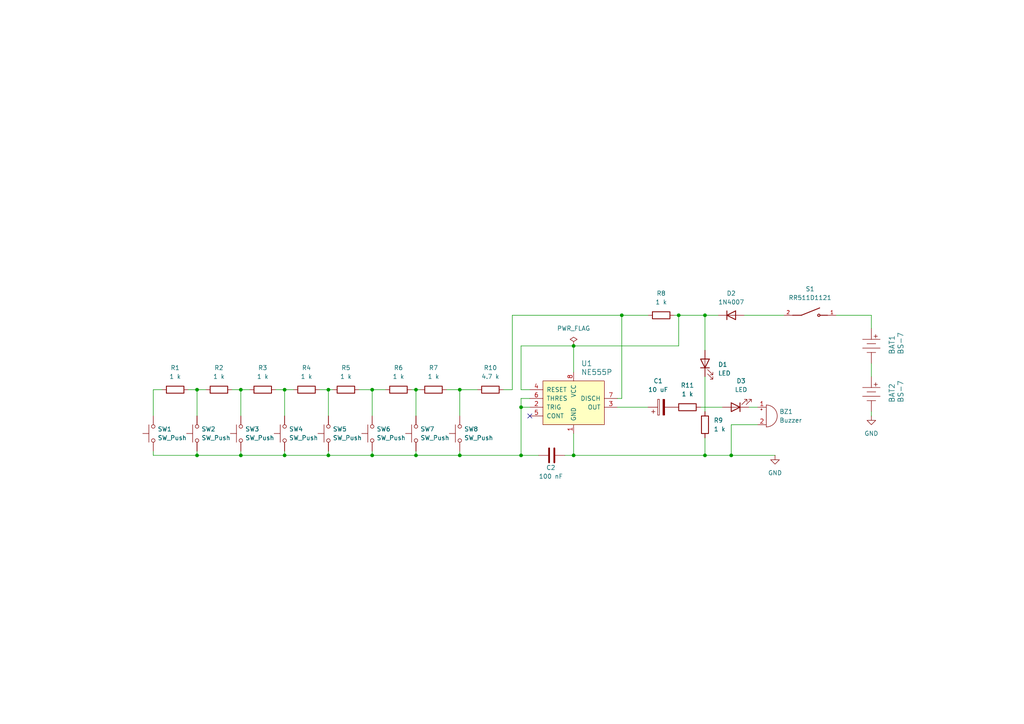
<source format=kicad_sch>
(kicad_sch (version 20250114) (generator "eeschema") (generator_version "9.0")
  (paper "A4")
  (lib_symbols
    (symbol "Device:Buzzer" (pin_names (offset 0.0254) (hide yes))
      (property "Reference" "BZ" (at 3.81 1.27 0))
      (property "Value" "Buzzer" (at 3.81 -1.27 0))
      (symbol "Buzzer_0_1"
        (polyline (pts (xy -1.651 1.905) (xy -1.143 1.905)))
        (polyline (pts (xy -1.397 2.159) (xy -1.397 1.651)))
        (arc (start 0 3.175) (mid 3.1612 0) (end 0 -3.175))
        (polyline (pts (xy 0 3.175) (xy 0 -3.175)))
      )
      (symbol "Buzzer_1_1"
        (pin passive line (at -2.54 2.54 0) (length 2.54) (name "+") (number "1"))
        (pin passive line (at -2.54 -2.54 0) (length 2.54) (name "-") (number "2"))
      )
    )
    (symbol "Device:C" (pin_numbers (hide yes)) (pin_names (offset 0.254))
      (property "Reference" "C" (at 0.635 2.54 0))
      (property "Value" "C" (at 0.635 -2.54 0))
      (symbol "C_0_1"
        (polyline (pts (xy -2.032 0.762) (xy 2.032 0.762)) (stroke (width 0.508)))
        (polyline (pts (xy -2.032 -0.762) (xy 2.032 -0.762)) (stroke (width 0.508)))
      )
      (symbol "C_1_1"
        (pin passive line (at 0 3.81 270) (length 2.794) (name "~") (number "1"))
        (pin passive line (at 0 -3.81 90) (length 2.794) (name "~") (number "2"))
      )
    )
    (symbol "Device:C_Polarized" (pin_numbers (hide yes)) (pin_names (offset 0.254))
      (property "Reference" "C" (at 0.635 2.54 0))
      (property "Value" "C_Polarized" (at 0.635 -2.54 0))
      (symbol "C_Polarized_0_1"
        (rectangle (start -2.286 0.508) (end 2.286 1.016))
        (polyline (pts (xy -1.778 2.286) (xy -0.762 2.286)))
        (polyline (pts (xy -1.27 2.794) (xy -1.27 1.778)))
        (rectangle (start 2.286 -0.508) (end -2.286 -1.016) (fill (type outline)))
      )
      (symbol "C_Polarized_1_1"
        (pin passive line (at 0 3.81 270) (length 2.794) (name "~") (number "1"))
        (pin passive line (at 0 -3.81 90) (length 2.794) (name "~") (number "2"))
      )
    )
    (symbol "Device:LED" (pin_numbers (hide yes)) (pin_names (offset 1.016) (hide yes))
      (property "Reference" "D" (at 0 2.54 0))
      (property "Value" "LED" (at 0 -2.54 0))
      (symbol "LED_0_1"
        (polyline (pts (xy -3.048 -0.762) (xy -4.572 -2.286) (xy -3.81 -2.286) (xy -4.572 -2.286) (xy -4.572 -1.524)))
        (polyline (pts (xy -1.778 -0.762) (xy -3.302 -2.286) (xy -2.54 -2.286) (xy -3.302 -2.286) (xy -3.302 -1.524)))
        (polyline (pts (xy -1.27 0) (xy 1.27 0)))
        (polyline (pts (xy -1.27 -1.27) (xy -1.27 1.27)) (stroke (width 0.254)))
        (polyline (pts (xy 1.27 -1.27) (xy 1.27 1.27) (xy -1.27 0) (xy 1.27 -1.27)) (stroke (width 0.254)))
      )
      (symbol "LED_1_1"
        (pin passive line (at -3.81 0 0) (length 2.54) (name "K") (number "1"))
        (pin passive line (at 3.81 0 180) (length 2.54) (name "A") (number "2"))
      )
    )
    (symbol "Device:R" (pin_numbers (hide yes)) (pin_names (offset 0))
      (property "Reference" "R" (at 2.032 0 90))
      (property "Value" "R" (at 0 0 90))
      (symbol "R_0_1"
        (rectangle (start -1.016 -2.54) (end 1.016 2.54) (stroke (width 0.254)))
      )
      (symbol "R_1_1"
        (pin passive line (at 0 3.81 270) (length 1.27) (name "~") (number "1"))
        (pin passive line (at 0 -3.81 90) (length 1.27) (name "~") (number "2"))
      )
    )
    (symbol "Diode:1N4007" (pin_numbers (hide yes)) (pin_names (hide yes))
      (property "Reference" "D" (at 0 2.54 0))
      (property "Value" "1N4007" (at 0 -2.54 0))
      (symbol "1N4007_0_1"
        (polyline (pts (xy -1.27 1.27) (xy -1.27 -1.27)) (stroke (width 0.254)))
        (polyline (pts (xy 1.27 1.27) (xy 1.27 -1.27) (xy -1.27 0) (xy 1.27 1.27)) (stroke (width 0.254)))
        (polyline (pts (xy 1.27 0) (xy -1.27 0)))
      )
      (symbol "1N4007_1_1"
        (pin passive line (at -3.81 0 0) (length 2.54) (name "K") (number "1"))
        (pin passive line (at 3.81 0 180) (length 2.54) (name "A") (number "2"))
      )
    )
    (symbol "RR511D1121:RR511D1121" (pin_names (offset 1.016))
      (property "Reference" "S" (at -2.54 2.54 0))
      (property "Value" "RR511D1121" (at -2.54 -2.54 0))
      (symbol "RR511D1121_0_0"
        (polyline (pts (xy -2.54 0) (xy -5.08 0)) (stroke (width 0.254)))
        (polyline (pts (xy -2.54 0) (xy 2.794 2.1336)) (stroke (width 0.254)))
        (circle (center 2.54 0) (radius 0.3302) (stroke (width 0.254)))
        (polyline (pts (xy 5.08 0) (xy 2.921 0)) (stroke (width 0.254)))
        (pin passive line (at -7.62 0 0) (length 2.54) (name "~") (number "2"))
        (pin passive line (at 7.62 0 180) (length 2.54) (name "~") (number "1"))
      )
    )
    (symbol "Switch:SW_Push" (pin_numbers (hide yes)) (pin_names (offset 1.016) (hide yes))
      (property "Reference" "SW" (at 1.27 2.54 0))
      (property "Value" "SW_Push" (at 0 -1.524 0))
      (symbol "SW_Push_0_1"
        (circle (center -2.032 0) (radius 0.508))
        (polyline (pts (xy 0 1.27) (xy 0 3.048)))
        (circle (center 2.032 0) (radius 0.508))
        (polyline (pts (xy 2.54 1.27) (xy -2.54 1.27)))
        (pin passive line (at -5.08 0 0) (length 2.54) (name "1") (number "1"))
        (pin passive line (at 5.08 0 180) (length 2.54) (name "2") (number "2"))
      )
    )
    (symbol "dk_Battery-Holders-Clips-Contacts:BS-7" (pin_numbers (hide yes)) (pin_names (offset 1.016))
      (property "Reference" "BAT" (at -1.27 3.81 0))
      (property "Value" "BS-7" (at -1.27 -3.81 0))
      (symbol "BS-7_1_1"
        (polyline (pts (xy 0 1.905) (xy 0 2.54)))
        (polyline (pts (xy 0 -2.54) (xy 0 -1.905)))
        (polyline (pts (xy 1.27 2.286) (xy 1.27 3.302)))
        (polyline (pts (xy 1.27 0.635) (xy -1.27 0.635)))
        (polyline (pts (xy 1.27 -1.905) (xy -1.27 -1.905)))
        (polyline (pts (xy 1.778 2.794) (xy 0.762 2.794)))
        (polyline (pts (xy 2.54 1.905) (xy -2.54 1.905)))
        (polyline (pts (xy 2.54 -0.635) (xy -2.54 -0.635)))
        (pin power_out line (at 0 5.08 270) (length 2.54) (name "~") (number "Pos"))
        (pin power_out line (at 0 -5.08 90) (length 2.54) (name "~") (number "Neg"))
      )
    )
    (symbol "dk_Clock-Timing-Programmable-Timers-and-Oscillators:NE555P" (pin_names (offset 1.016))
      (property "Reference" "U" (at -8.89 6.35 0))
      (property "Value" "NE555P" (at 1.27 -8.89 0))
      (symbol "NE555P_0_1"
        (rectangle (start -8.89 5.08) (end 8.89 -7.62) (fill (type background)))
      )
      (symbol "NE555P_1_1"
        (pin input line (at -12.7 2.54 0) (length 3.81) (name "RESET") (number "4"))
        (pin input line (at -12.7 0 0) (length 3.81) (name "THRES") (number "6"))
        (pin input line (at -12.7 -2.54 0) (length 3.81) (name "TRIG") (number "2"))
        (pin bidirectional line (at -12.7 -5.08 0) (length 3.81) (name "CONT") (number "5"))
        (pin power_in line (at 0 7.62 270) (length 2.54) (name "VCC") (number "8"))
        (pin power_in line (at 0 -10.16 90) (length 2.54) (name "GND") (number "1"))
        (pin output line (at 12.7 0 180) (length 3.81) (name "DISCH") (number "7"))
        (pin output line (at 12.7 -2.54 180) (length 3.81) (name "OUT") (number "3"))
      )
    )
    (symbol "power:GND" (power) (pin_numbers (hide yes)) (pin_names (offset 0) (hide yes))
      (property "Value" "GND" (at 0 -3.81 0))
      (symbol "GND_0_1"
        (polyline (pts (xy 0 0) (xy 0 -1.27) (xy 1.27 -1.27) (xy 0 -2.54) (xy -1.27 -1.27) (xy 0 -1.27)))
      )
      (symbol "GND_1_1"
        (pin power_in line (at 0 0 270) (length 0) (name "~") (number "1"))
      )
    )
    (symbol "power:PWR_FLAG" (power) (pin_numbers (hide yes)) (pin_names (offset 0) (hide yes))
      (property "Value" "PWR_FLAG" (at 0 3.81 0))
      (symbol "PWR_FLAG_0_0"
        (pin power_out line (at 0 0 90) (length 0) (name "~") (number "1"))
      )
      (symbol "PWR_FLAG_0_1"
        (polyline (pts (xy 0 0) (xy 0 1.27) (xy -1.016 1.905) (xy 0 2.54) (xy 1.016 1.905) (xy 0 1.27)))
      )
    )
  )
  (junction (at 204.47 91.44))
  (junction (at 82.55 113.03))
  (junction (at 151.13 132.08))
  (junction (at 95.25 132.08))
  (junction (at 69.85 132.08))
  (junction (at 95.25 113.03))
  (junction (at 120.65 113.03))
  (junction (at 107.95 113.03))
  (junction (at 196.85 91.44))
  (junction (at 204.47 132.08))
  (junction (at 166.37 100.33))
  (junction (at 133.35 113.03))
  (junction (at 133.35 132.08))
  (junction (at 151.13 118.11))
  (junction (at 166.37 132.08))
  (junction (at 69.85 113.03))
  (junction (at 107.95 132.08))
  (junction (at 57.15 113.03))
  (junction (at 82.55 132.08))
  (junction (at 57.15 132.08))
  (junction (at 180.34 91.44))
  (junction (at 212.09 132.08))
  (junction (at 120.65 132.08))
  (no_connect (at 153.67 120.65))
  (wire (pts (xy 166.37 107.95) (xy 166.37 100.33)))
  (wire (pts (xy 120.65 132.08) (xy 133.35 132.08)))
  (wire (pts (xy 57.15 113.03) (xy 57.15 120.65)))
  (wire (pts (xy 217.17 118.11) (xy 219.71 118.11)))
  (wire (pts (xy 180.34 91.44) (xy 180.34 115.57)))
  (wire (pts (xy 133.35 120.65) (xy 133.35 113.03)))
  (wire (pts (xy 120.65 120.65) (xy 120.65 113.03)))
  (wire (pts (xy 212.09 123.19) (xy 219.71 123.19)))
  (wire (pts (xy 215.9 91.44) (xy 227.33 91.44)))
  (wire (pts (xy 107.95 132.08) (xy 120.65 132.08)))
  (wire (pts (xy 54.61 113.03) (xy 57.15 113.03)))
  (wire (pts (xy 146.05 113.03) (xy 148.59 113.03)))
  (wire (pts (xy 204.47 109.22) (xy 204.47 119.38)))
  (wire (pts (xy 252.73 91.44) (xy 252.73 95.25)))
  (wire (pts (xy 57.15 113.03) (xy 59.69 113.03)))
  (wire (pts (xy 120.65 113.03) (xy 121.92 113.03)))
  (wire (pts (xy 203.2 118.11) (xy 209.55 118.11)))
  (wire (pts (xy 204.47 127) (xy 204.47 132.08)))
  (wire (pts (xy 120.65 130.81) (xy 120.65 132.08)))
  (wire (pts (xy 82.55 120.65) (xy 82.55 113.03)))
  (wire (pts (xy 82.55 113.03) (xy 85.09 113.03)))
  (wire (pts (xy 196.85 100.33) (xy 196.85 91.44)))
  (wire (pts (xy 95.25 132.08) (xy 107.95 132.08)))
  (wire (pts (xy 242.57 91.44) (xy 252.73 91.44)))
  (wire (pts (xy 95.25 113.03) (xy 96.52 113.03)))
  (wire (pts (xy 153.67 118.11) (xy 151.13 118.11)))
  (wire (pts (xy 57.15 130.81) (xy 57.15 132.08)))
  (wire (pts (xy 57.15 132.08) (xy 69.85 132.08)))
  (wire (pts (xy 44.45 113.03) (xy 44.45 120.65)))
  (wire (pts (xy 252.73 105.41) (xy 252.73 109.22)))
  (wire (pts (xy 196.85 91.44) (xy 204.47 91.44)))
  (wire (pts (xy 107.95 120.65) (xy 107.95 113.03)))
  (wire (pts (xy 104.14 113.03) (xy 107.95 113.03)))
  (wire (pts (xy 69.85 132.08) (xy 82.55 132.08)))
  (wire (pts (xy 133.35 132.08) (xy 151.13 132.08)))
  (wire (pts (xy 179.07 118.11) (xy 187.96 118.11)))
  (wire (pts (xy 69.85 113.03) (xy 72.39 113.03)))
  (wire (pts (xy 212.09 132.08) (xy 224.79 132.08)))
  (wire (pts (xy 208.28 91.44) (xy 204.47 91.44)))
  (wire (pts (xy 195.58 91.44) (xy 196.85 91.44)))
  (wire (pts (xy 151.13 115.57) (xy 151.13 118.11)))
  (wire (pts (xy 151.13 113.03) (xy 151.13 100.33)))
  (wire (pts (xy 151.13 118.11) (xy 151.13 132.08)))
  (wire (pts (xy 163.83 132.08) (xy 166.37 132.08)))
  (wire (pts (xy 80.01 113.03) (xy 82.55 113.03)))
  (wire (pts (xy 180.34 91.44) (xy 187.96 91.44)))
  (wire (pts (xy 119.38 113.03) (xy 120.65 113.03)))
  (wire (pts (xy 133.35 113.03) (xy 129.54 113.03)))
  (wire (pts (xy 92.71 113.03) (xy 95.25 113.03)))
  (wire (pts (xy 151.13 100.33) (xy 166.37 100.33)))
  (wire (pts (xy 69.85 130.81) (xy 69.85 132.08)))
  (wire (pts (xy 46.99 113.03) (xy 44.45 113.03)))
  (wire (pts (xy 133.35 113.03) (xy 138.43 113.03)))
  (wire (pts (xy 69.85 113.03) (xy 69.85 120.65)))
  (wire (pts (xy 95.25 130.81) (xy 95.25 132.08)))
  (wire (pts (xy 67.31 113.03) (xy 69.85 113.03)))
  (wire (pts (xy 95.25 120.65) (xy 95.25 113.03)))
  (wire (pts (xy 148.59 91.44) (xy 148.59 113.03)))
  (wire (pts (xy 107.95 113.03) (xy 111.76 113.03)))
  (wire (pts (xy 151.13 132.08) (xy 156.21 132.08)))
  (wire (pts (xy 166.37 100.33) (xy 196.85 100.33)))
  (wire (pts (xy 82.55 132.08) (xy 95.25 132.08)))
  (wire (pts (xy 107.95 130.81) (xy 107.95 132.08)))
  (wire (pts (xy 82.55 130.81) (xy 82.55 132.08)))
  (wire (pts (xy 166.37 125.73) (xy 166.37 132.08)))
  (wire (pts (xy 44.45 132.08) (xy 57.15 132.08)))
  (wire (pts (xy 252.73 119.38) (xy 252.73 120.65)))
  (wire (pts (xy 133.35 130.81) (xy 133.35 132.08)))
  (wire (pts (xy 148.59 91.44) (xy 180.34 91.44)))
  (wire (pts (xy 180.34 115.57) (xy 179.07 115.57)))
  (wire (pts (xy 166.37 132.08) (xy 204.47 132.08)))
  (wire (pts (xy 204.47 91.44) (xy 204.47 101.6)))
  (wire (pts (xy 204.47 132.08) (xy 212.09 132.08)))
  (wire (pts (xy 153.67 113.03) (xy 151.13 113.03)))
  (wire (pts (xy 212.09 132.08) (xy 212.09 123.19)))
  (wire (pts (xy 44.45 130.81) (xy 44.45 132.08)))
  (wire (pts (xy 153.67 115.57) (xy 151.13 115.57)))
  (symbol (lib_id "Device:LED") (at 204.47 105.41 90) (unit 1)
    (property "Reference" "D1" (at 208.28 105.7274 90) (effects (justify right)))
    (property "Value" "LED" (at 208.28 108.2674 90) (effects (justify right)))
    (property "Footprint" "LED_THT:LED_D3.0mm" (effects (hide yes)))
    (property "Description" "Light emitting diode" (effects (hide yes)))
    (property "Sim.Pins" "1=K 2=A" (effects (hide yes)))
  )
  (symbol (lib_id "Switch:SW_Push") (at 69.85 125.73 90) (unit 1)
    (property "Reference" "SW3" (at 71.12 124.4599 90) (effects (justify right)))
    (property "Value" "SW_Push" (at 71.12 126.9999 90) (effects (justify right)))
    (property "Footprint" "Button_Switch_SMD:SW_Push_1P1T_NO_CK_PTS125Sx85PSMTR" (effects (hide yes)))
    (property "Description" "Push button switch, generic, two pins" (effects (hide yes)))
  )
  (symbol (lib_id "Device:R") (at 125.73 113.03 90) (unit 1)
    (property "Reference" "R7" (at 125.73 106.68 90))
    (property "Value" "1 k" (at 125.73 109.22 90))
    (property "Footprint" "Resistor_THT:R_Axial_DIN0617_L17.0mm_D6.0mm_P30.48mm_Horizontal" (effects (hide yes)))
    (property "Description" "Resistor" (effects (hide yes)))
  )
  (symbol (lib_id "Device:C") (at 160.02 132.08 90) (unit 1)
    (property "Reference" "C2" (at 159.766 135.636 90))
    (property "Value" "100 nF" (at 159.766 138.176 90))
    (property "Footprint" "Capacitor_THT:C_Disc_D3.0mm_W1.6mm_P2.50mm" (effects (hide yes)))
    (property "Description" "Unpolarized capacitor" (effects (hide yes)))
  )
  (symbol (lib_id "Switch:SW_Push") (at 57.15 125.73 90) (unit 1)
    (property "Reference" "SW2" (at 58.42 124.4599 90) (effects (justify right)))
    (property "Value" "SW_Push" (at 58.42 126.9999 90) (effects (justify right)))
    (property "Footprint" "Button_Switch_SMD:SW_Push_1P1T_NO_CK_PTS125Sx85PSMTR" (effects (hide yes)))
    (property "Description" "Push button switch, generic, two pins" (effects (hide yes)))
  )
  (symbol (lib_id "Device:R") (at 142.24 113.03 90) (unit 1)
    (property "Reference" "R10" (at 142.24 106.68 90))
    (property "Value" "4.7 k" (at 142.24 109.22 90))
    (property "Footprint" "Resistor_THT:R_Axial_DIN0617_L17.0mm_D6.0mm_P30.48mm_Horizontal" (effects (hide yes)))
    (property "Description" "Resistor" (effects (hide yes)))
  )
  (symbol (lib_id "dk_Battery-Holders-Clips-Contacts:BS-7") (at 252.73 100.33 0) (unit 1)
    (property "Reference" "BAT1" (at 258.6989 102.87 90) (effects (font (size 1.524 1.524)) (justify left)))
    (property "Value" "BS-7" (at 261.2389 102.87 90) (effects (font (size 1.524 1.524)) (justify left)))
    (property "Footprint" "digikey-footprints:Battery_Holder_Coin_2032_BS-7" (effects (hide yes)))
    (property "Datasheet" "http://www.memoryprotectiondevices.com/datasheets/BS-7-datasheet.pdf" (effects (hide yes)))
    (property "Description" "BATTERY HOLDER COIN 20MM PC PIN" (effects (hide yes)))
    (property "Digi-Key_PN" "BS-7-ND" (effects (hide yes)))
    (property "MPN" "BS-7" (effects (hide yes)))
    (property "Category" "Battery Products" (effects (hide yes)))
    (property "Family" "Battery Holders, Clips, Contacts" (effects (hide yes)))
    (property "DK_Datasheet_Link" "http://www.memoryprotectiondevices.com/datasheets/BS-7-datasheet.pdf" (effects (hide yes)))
    (property "DK_Detail_Page" "/product-detail/en/mpd-memory-protection-devices/BS-7/BS-7-ND/389447" (effects (hide yes)))
    (property "Description_1" "BATTERY HOLDER COIN 20MM PC PIN" (effects (hide yes)))
    (property "Manufacturer" "MPD (Memory Protection Devices)" (effects (hide yes)))
    (property "Status" "Active" (effects (hide yes)))
  )
  (symbol (lib_id "RR511D1121:RR511D1121") (at 234.95 91.44 0) (unit 1)
    (property "Reference" "S1" (at 234.95 83.82 0))
    (property "Value" "RR511D1121" (at 234.95 86.36 0))
    (property "Footprint" "RR511D1121:E-SWITCH_RR511D1121" (effects (hide yes)))
    (property "Description" "Rocker Switch, RR5 Series, SPST,OFF-ON,Blk Rocker,I/O Legend, 20A, 125VAC, | E-Switch RR511D1121" (effects (hide yes)))
    (property "MF" "E-Switch" (effects (hide yes)))
    (property "MAXIMUM_PACKAGE_HEIGHT" "17.9mm" (effects (hide yes)))
    (property "Package" "None" (effects (hide yes)))
    (property "Price" "None" (effects (hide yes)))
    (property "Check_prices" "https://www.snapeda.com/parts/RR511D1121/E-Switch/view-part/?ref=eda" (effects (hide yes)))
    (property "STANDARD" "Manufacturer Recommendations" (effects (hide yes)))
    (property "PARTREV" "A" (effects (hide yes)))
    (property "SnapEDA_Link" "https://www.snapeda.com/parts/RR511D1121/E-Switch/view-part/?ref=snap" (effects (hide yes)))
    (property "MP" "RR511D1121" (effects (hide yes)))
    (property "Description_1" "Rocker Switch, RR5 Series, SPST,OFF-ON,Blk Rocker,I/O Legend, 20A, 125VAC, | E-Switch RR511D1121" (effects (hide yes)))
    (property "Availability" "In Stock" (effects (hide yes)))
    (property "MANUFACTURER" "E-Switch" (effects (hide yes)))
  )
  (symbol (lib_id "Switch:SW_Push") (at 95.25 125.73 90) (unit 1)
    (property "Reference" "SW5" (at 96.52 124.4599 90) (effects (justify right)))
    (property "Value" "SW_Push" (at 96.52 126.9999 90) (effects (justify right)))
    (property "Footprint" "Button_Switch_SMD:SW_Push_1P1T_NO_CK_PTS125Sx85PSMTR" (effects (hide yes)))
    (property "Description" "Push button switch, generic, two pins" (effects (hide yes)))
  )
  (symbol (lib_id "Device:R") (at 199.39 118.11 270) (unit 1)
    (property "Reference" "R11" (at 199.39 111.76 90))
    (property "Value" "1 k" (at 199.39 114.3 90))
    (property "Footprint" "Resistor_THT:R_Axial_DIN0617_L17.0mm_D6.0mm_P30.48mm_Horizontal" (effects (hide yes)))
    (property "Description" "Resistor" (effects (hide yes)))
  )
  (symbol (lib_id "Device:R") (at 115.57 113.03 90) (unit 1)
    (property "Reference" "R6" (at 115.57 106.68 90))
    (property "Value" "1 k" (at 115.57 109.22 90))
    (property "Footprint" "Resistor_THT:R_Axial_DIN0617_L17.0mm_D6.0mm_P30.48mm_Horizontal" (effects (hide yes)))
    (property "Description" "Resistor" (effects (hide yes)))
  )
  (symbol (lib_id "Switch:SW_Push") (at 107.95 125.73 90) (unit 1)
    (property "Reference" "SW6" (at 109.22 124.4599 90) (effects (justify right)))
    (property "Value" "SW_Push" (at 109.22 126.9999 90) (effects (justify right)))
    (property "Footprint" "Button_Switch_SMD:SW_Push_1P1T_NO_CK_PTS125Sx85PSMTR" (effects (hide yes)))
    (property "Description" "Push button switch, generic, two pins" (effects (hide yes)))
  )
  (symbol (lib_id "Switch:SW_Push") (at 82.55 125.73 90) (unit 1)
    (property "Reference" "SW4" (at 83.82 124.4599 90) (effects (justify right)))
    (property "Value" "SW_Push" (at 83.82 126.9999 90) (effects (justify right)))
    (property "Footprint" "Button_Switch_SMD:SW_Push_1P1T_NO_CK_PTS125Sx85PSMTR" (effects (hide yes)))
    (property "Description" "Push button switch, generic, two pins" (effects (hide yes)))
  )
  (symbol (lib_id "Switch:SW_Push") (at 120.65 125.73 90) (unit 1)
    (property "Reference" "SW7" (at 121.92 124.4599 90) (effects (justify right)))
    (property "Value" "SW_Push" (at 121.92 126.9999 90) (effects (justify right)))
    (property "Footprint" "Button_Switch_SMD:SW_Push_1P1T_NO_CK_PTS125Sx85PSMTR" (effects (hide yes)))
    (property "Description" "Push button switch, generic, two pins" (effects (hide yes)))
  )
  (symbol (lib_id "dk_Clock-Timing-Programmable-Timers-and-Oscillators:NE555P") (at 166.37 115.57 0) (unit 1)
    (property "Reference" "U1" (at 168.5133 105.41 0) (effects (font (size 1.524 1.524)) (justify left)))
    (property "Value" "NE555P" (at 168.5133 107.95 0) (effects (font (size 1.524 1.524)) (justify left)))
    (property "Footprint" "Package_DIP:DIP-8_W7.62mm" (effects (hide yes)))
    (property "Datasheet" "http://www.ti.com/general/docs/suppproductinfo.tsp?distId=10&gotoUrl=http%3A%2F%2Fwww.ti.com%2Flit%2Fgpn%2Fne555" (effects (hide yes)))
    (property "Description" "IC OSC SINGLE TIMER 100KHZ 8-DIP" (effects (hide yes)))
    (property "Digi-Key_PN" "296-1411-5-ND" (effects (hide yes)))
    (property "MPN" "NE555P" (effects (hide yes)))
    (property "Category" "Integrated Circuits (ICs)" (effects (hide yes)))
    (property "Family" "Clock/Timing - Programmable Timers and Oscillators" (effects (hide yes)))
    (property "DK_Datasheet_Link" "http://www.ti.com/general/docs/suppproductinfo.tsp?distId=10&gotoUrl=http%3A%2F%2Fwww.ti.com%2Flit%2Fgpn%2Fne555" (effects (hide yes)))
    (property "DK_Detail_Page" "/product-detail/en/texas-instruments/NE555P/296-1411-5-ND/277057" (effects (hide yes)))
    (property "Description_1" "IC OSC SINGLE TIMER 100KHZ 8-DIP" (effects (hide yes)))
    (property "Manufacturer" "Texas Instruments" (effects (hide yes)))
    (property "Status" "Active" (effects (hide yes)))
  )
  (symbol (lib_id "power:PWR_FLAG") (at 166.37 100.33 0) (unit 1)
    (property "Reference" "#FLG03" (effects (hide yes)))
    (property "Value" "PWR_FLAG" (at 166.37 95.25 0))
    (property "Description" "Special symbol for telling ERC where power comes from" (effects (hide yes)))
  )
  (symbol (lib_id "power:GND") (at 252.73 120.65 0) (unit 1)
    (property "Reference" "#PWR01" (effects (hide yes)))
    (property "Value" "GND" (at 252.73 125.73 0))
    (property "Description" "Power symbol creates a global label with name \"GND\" , ground" (effects (hide yes)))
  )
  (symbol (lib_id "Device:R") (at 100.33 113.03 90) (unit 1)
    (property "Reference" "R5" (at 100.33 106.68 90))
    (property "Value" "1 k" (at 100.33 109.22 90))
    (property "Footprint" "Resistor_THT:R_Axial_DIN0617_L17.0mm_D6.0mm_P30.48mm_Horizontal" (effects (hide yes)))
    (property "Description" "Resistor" (effects (hide yes)))
  )
  (symbol (lib_id "Device:LED") (at 213.36 118.11 180) (unit 1)
    (property "Reference" "D3" (at 214.9475 110.49 0))
    (property "Value" "LED" (at 214.9475 113.03 0))
    (property "Footprint" "LED_THT:LED_D3.0mm" (effects (hide yes)))
    (property "Description" "Light emitting diode" (effects (hide yes)))
    (property "Sim.Pins" "1=K 2=A" (effects (hide yes)))
  )
  (symbol (lib_id "power:GND") (at 224.79 132.08 0) (unit 1)
    (property "Reference" "#PWR02" (effects (hide yes)))
    (property "Value" "GND" (at 224.79 137.16 0))
    (property "Description" "Power symbol creates a global label with name \"GND\" , ground" (effects (hide yes)))
  )
  (symbol (lib_id "Device:R") (at 76.2 113.03 90) (unit 1)
    (property "Reference" "R3" (at 76.2 106.68 90))
    (property "Value" "1 k" (at 76.2 109.22 90))
    (property "Footprint" "Resistor_THT:R_Axial_DIN0617_L17.0mm_D6.0mm_P30.48mm_Horizontal" (effects (hide yes)))
    (property "Description" "Resistor" (effects (hide yes)))
  )
  (symbol (lib_id "dk_Battery-Holders-Clips-Contacts:BS-7") (at 252.73 114.3 0) (unit 1)
    (property "Reference" "BAT2" (at 258.6989 116.84 90) (effects (font (size 1.524 1.524)) (justify left)))
    (property "Value" "BS-7" (at 261.2389 116.84 90) (effects (font (size 1.524 1.524)) (justify left)))
    (property "Footprint" "digikey-footprints:Battery_Holder_Coin_2032_BS-7" (effects (hide yes)))
    (property "Datasheet" "http://www.memoryprotectiondevices.com/datasheets/BS-7-datasheet.pdf" (effects (hide yes)))
    (property "Description" "BATTERY HOLDER COIN 20MM PC PIN" (effects (hide yes)))
    (property "Digi-Key_PN" "BS-7-ND" (effects (hide yes)))
    (property "MPN" "BS-7" (effects (hide yes)))
    (property "Category" "Battery Products" (effects (hide yes)))
    (property "Family" "Battery Holders, Clips, Contacts" (effects (hide yes)))
    (property "DK_Datasheet_Link" "http://www.memoryprotectiondevices.com/datasheets/BS-7-datasheet.pdf" (effects (hide yes)))
    (property "DK_Detail_Page" "/product-detail/en/mpd-memory-protection-devices/BS-7/BS-7-ND/389447" (effects (hide yes)))
    (property "Description_1" "BATTERY HOLDER COIN 20MM PC PIN" (effects (hide yes)))
    (property "Manufacturer" "MPD (Memory Protection Devices)" (effects (hide yes)))
    (property "Status" "Active" (effects (hide yes)))
  )
  (symbol (lib_id "Device:C_Polarized") (at 191.77 118.11 90) (unit 1)
    (property "Reference" "C1" (at 190.881 110.49 90))
    (property "Value" "10 uF" (at 190.881 113.03 90))
    (property "Footprint" "Capacitor_THT:CP_Radial_D4.0mm_P1.50mm" (effects (hide yes)))
    (property "Description" "Polarized capacitor" (effects (hide yes)))
  )
  (symbol (lib_id "Device:R") (at 63.5 113.03 90) (unit 1)
    (property "Reference" "R2" (at 63.5 106.68 90))
    (property "Value" "1 k" (at 63.5 109.22 90))
    (property "Footprint" "Resistor_THT:R_Axial_DIN0617_L17.0mm_D6.0mm_P30.48mm_Horizontal" (effects (hide yes)))
    (property "Description" "Resistor" (effects (hide yes)))
  )
  (symbol (lib_id "Device:R") (at 88.9 113.03 90) (unit 1)
    (property "Reference" "R4" (at 88.9 106.68 90))
    (property "Value" "1 k" (at 88.9 109.22 90))
    (property "Footprint" "Resistor_THT:R_Axial_DIN0617_L17.0mm_D6.0mm_P30.48mm_Horizontal" (effects (hide yes)))
    (property "Description" "Resistor" (effects (hide yes)))
  )
  (symbol (lib_id "Diode:1N4007") (at 212.09 91.44 0) (unit 1)
    (property "Reference" "D2" (at 212.09 85.09 0))
    (property "Value" "1N4007" (at 212.09 87.63 0))
    (property "Footprint" "Diode_THT:D_DO-41_SOD81_P10.16mm_Horizontal" (effects (hide yes)))
    (property "Datasheet" "http://www.vishay.com/docs/88503/1n4001.pdf" (effects (hide yes)))
    (property "Description" "1000V 1A General Purpose Rectifier Diode, DO-41" (effects (hide yes)))
    (property "Sim.Device" "D" (effects (hide yes)))
    (property "Sim.Pins" "1=K 2=A" (effects (hide yes)))
  )
  (symbol (lib_id "Device:R") (at 50.8 113.03 90) (unit 1)
    (property "Reference" "R1" (at 50.8 106.68 90))
    (property "Value" "1 k" (at 50.8 109.22 90))
    (property "Footprint" "Resistor_THT:R_Axial_DIN0617_L17.0mm_D6.0mm_P30.48mm_Horizontal" (effects (hide yes)))
    (property "Description" "Resistor" (effects (hide yes)))
  )
  (symbol (lib_id "Device:R") (at 191.77 91.44 90) (unit 1)
    (property "Reference" "R8" (at 191.77 85.09 90))
    (property "Value" "1 k" (at 191.77 87.63 90))
    (property "Footprint" "Resistor_THT:R_Axial_DIN0617_L17.0mm_D6.0mm_P30.48mm_Horizontal" (effects (hide yes)))
    (property "Description" "Resistor" (effects (hide yes)))
  )
  (symbol (lib_id "Switch:SW_Push") (at 44.45 125.73 90) (unit 1)
    (property "Reference" "SW1" (at 45.72 124.4599 90) (effects (justify right)))
    (property "Value" "SW_Push" (at 45.72 126.9999 90) (effects (justify right)))
    (property "Footprint" "Button_Switch_SMD:SW_Push_1P1T_NO_CK_PTS125Sx85PSMTR" (effects (hide yes)))
    (property "Description" "Push button switch, generic, two pins" (effects (hide yes)))
  )
  (symbol (lib_id "Device:Buzzer") (at 222.25 120.65 0) (unit 1)
    (property "Reference" "BZ1" (at 226.06 119.3799 0) (effects (justify left)))
    (property "Value" "Buzzer" (at 226.06 121.9199 0) (effects (justify left)))
    (property "Footprint" "Buzzer_Beeper:Buzzer_12x9.5RM7.6" (effects (hide yes)))
    (property "Description" "Buzzer, polarized" (effects (hide yes)))
  )
  (symbol (lib_id "Device:R") (at 204.47 123.19 180) (unit 1)
    (property "Reference" "R9" (at 207.01 121.9199 0) (effects (justify right)))
    (property "Value" "1 k" (at 207.01 124.4599 0) (effects (justify right)))
    (property "Footprint" "Resistor_THT:R_Axial_DIN0617_L17.0mm_D6.0mm_P30.48mm_Horizontal" (effects (hide yes)))
    (property "Description" "Resistor" (effects (hide yes)))
  )
  (symbol (lib_id "Switch:SW_Push") (at 133.35 125.73 90) (unit 1)
    (property "Reference" "SW8" (at 134.62 124.4599 90) (effects (justify right)))
    (property "Value" "SW_Push" (at 134.62 126.9999 90) (effects (justify right)))
    (property "Footprint" "Button_Switch_SMD:SW_Push_1P1T_NO_CK_PTS125Sx85PSMTR" (effects (hide yes)))
    (property "Description" "Push button switch, generic, two pins" (effects (hide yes)))
  )
)
</source>
